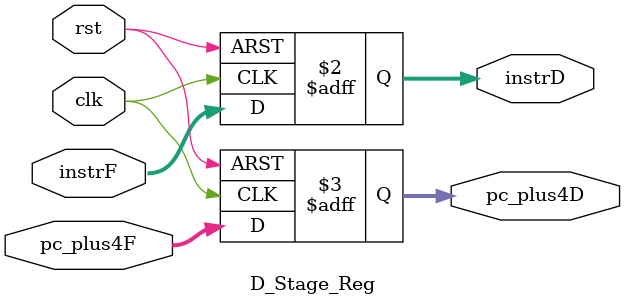
<source format=v>
`timescale 1ns / 1ps


module D_Stage_Reg(
    input        clk, rst,
    input [31:0] instrF,
    input [31:0] pc_plus4F,
    
    output reg [31:0] instrD,
    output reg [31:0] pc_plus4D
    );
    
    always @ (negedge clk, posedge rst) begin
        if (rst) begin
            instrD    <= 0;
            pc_plus4D <= 0;
        end
        else begin
            instrD    <= instrF;
            pc_plus4D <= pc_plus4F;
        end
    end
    
endmodule
</source>
